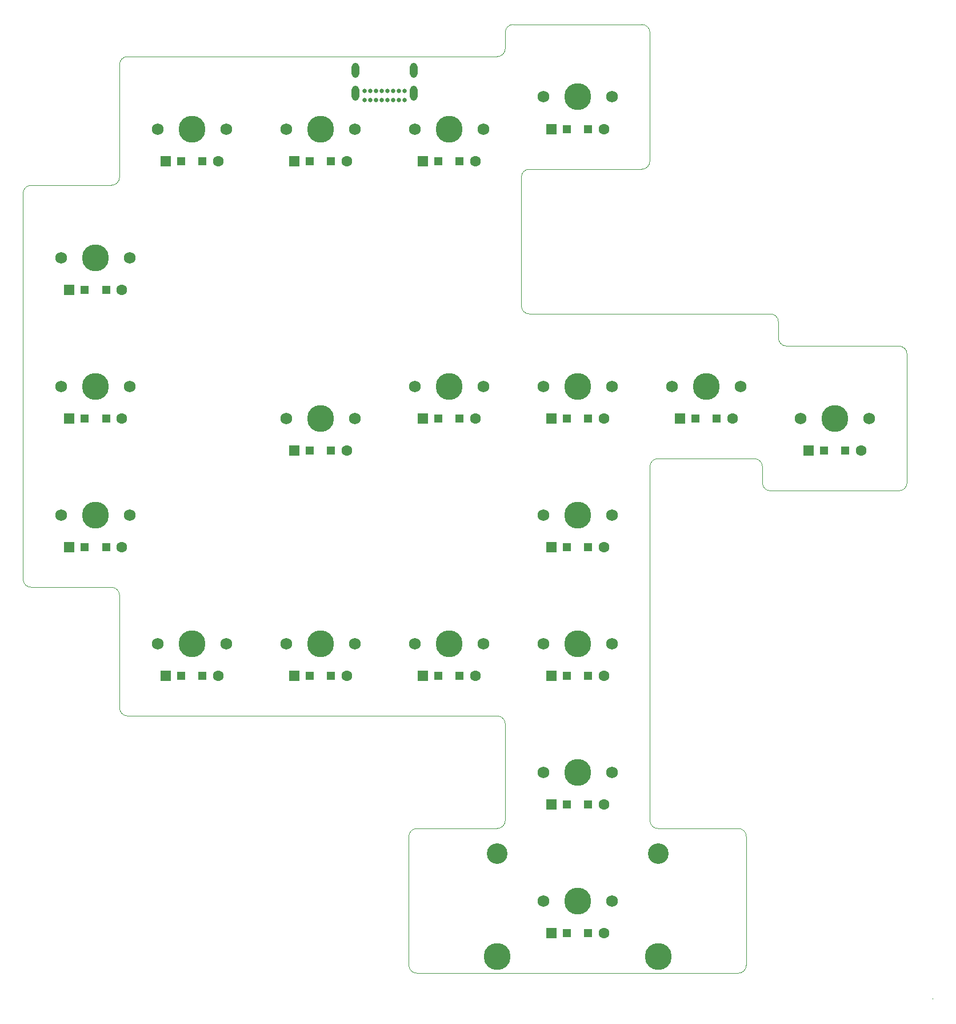
<source format=gbr>
G04 #@! TF.GenerationSoftware,KiCad,Pcbnew,(6.0.1)*
G04 #@! TF.CreationDate,2022-02-27T23:30:46-05:00*
G04 #@! TF.ProjectId,keyboard,6b657962-6f61-4726-942e-6b696361645f,rev?*
G04 #@! TF.SameCoordinates,Original*
G04 #@! TF.FileFunction,Soldermask,Top*
G04 #@! TF.FilePolarity,Negative*
%FSLAX46Y46*%
G04 Gerber Fmt 4.6, Leading zero omitted, Abs format (unit mm)*
G04 Created by KiCad (PCBNEW (6.0.1)) date 2022-02-27 23:30:46*
%MOMM*%
%LPD*%
G01*
G04 APERTURE LIST*
G04 #@! TA.AperFunction,Profile*
%ADD10C,0.100000*%
G04 #@! TD*
G04 #@! TA.AperFunction,Profile*
%ADD11C,0.200000*%
G04 #@! TD*
%ADD12R,1.200000X1.200000*%
%ADD13R,1.600000X1.600000*%
%ADD14C,1.600000*%
%ADD15C,1.750000*%
%ADD16C,3.987800*%
%ADD17C,3.048000*%
%ADD18C,0.650000*%
%ADD19O,1.108000X2.216000*%
G04 APERTURE END LIST*
D10*
X303609375Y-130968750D02*
X303609375Y-116681250D01*
X316706250Y-234553125D02*
X304800000Y-234553125D01*
X316706250Y-255984375D02*
G75*
G03*
X317896875Y-254793750I0J1190625D01*
G01*
X320278125Y-180975000D02*
X320278125Y-183356250D01*
X322659375Y-161925000D02*
G75*
G03*
X323850000Y-163115625I1190625J0D01*
G01*
X211931250Y-139303125D02*
G75*
G03*
X210740625Y-140493750I0J-1190625D01*
G01*
X284559375Y-157162500D02*
G75*
G03*
X285750000Y-158353125I1190625J0D01*
G01*
X303609375Y-233362500D02*
X303609375Y-180975000D01*
X242887500Y-120253125D02*
X280987500Y-120253125D01*
X280987500Y-120253125D02*
G75*
G03*
X282178125Y-119062500I0J1190625D01*
G01*
X304800000Y-179784375D02*
X319087500Y-179784375D01*
X282178125Y-219075000D02*
X282178125Y-233362500D01*
X317896875Y-254793750D02*
X317896875Y-235743750D01*
X226218750Y-217884375D02*
X280987500Y-217884375D01*
X341709375Y-183356250D02*
X341709375Y-178593750D01*
X303609375Y-233362500D02*
G75*
G03*
X304800000Y-234553125I1190625J0D01*
G01*
X284559375Y-141684375D02*
X284559375Y-138112500D01*
X225028125Y-200025000D02*
G75*
G03*
X223837500Y-198834375I-1190625J0D01*
G01*
X226218750Y-120253125D02*
X242887500Y-120253125D01*
X211931250Y-198834375D02*
X223837500Y-198834375D01*
X317896875Y-235743750D02*
G75*
G03*
X316706250Y-234553125I-1190625J0D01*
G01*
X210740625Y-197643750D02*
G75*
G03*
X211931250Y-198834375I1190625J0D01*
G01*
X225028125Y-216693750D02*
G75*
G03*
X226218750Y-217884375I1190625J0D01*
G01*
X302418750Y-136921875D02*
G75*
G03*
X303609375Y-135731250I0J1190625D01*
G01*
X304800000Y-179784375D02*
G75*
G03*
X303609375Y-180975000I0J-1190625D01*
G01*
X282178125Y-219075000D02*
G75*
G03*
X280987500Y-217884375I-1190625J0D01*
G01*
X280987500Y-234553125D02*
X269081250Y-234553125D01*
X225028125Y-121443750D02*
X225028125Y-138112500D01*
X285750000Y-136921875D02*
X302418750Y-136921875D01*
X341709375Y-164306250D02*
G75*
G03*
X340518750Y-163115625I-1190625J0D01*
G01*
X223837500Y-139303125D02*
G75*
G03*
X225028125Y-138112500I0J1190625D01*
G01*
X320278125Y-183356250D02*
G75*
G03*
X321468750Y-184546875I1190625J0D01*
G01*
X280987500Y-234553125D02*
G75*
G03*
X282178125Y-233362500I0J1190625D01*
G01*
X282178125Y-119062500D02*
X282178125Y-116681250D01*
X321468750Y-184546875D02*
X340518750Y-184546875D01*
X341709375Y-178593750D02*
X341709375Y-164306250D01*
X284559375Y-141684375D02*
X284559375Y-157162500D01*
D11*
X345518751Y-259793750D02*
G75*
G03*
X345518751Y-259793750I-1J0D01*
G01*
D10*
X269081250Y-255984375D02*
X316706250Y-255984375D01*
X322659375Y-161925000D02*
X322659375Y-159543750D01*
X267890625Y-254793750D02*
G75*
G03*
X269081250Y-255984375I1190625J0D01*
G01*
X226218750Y-120253125D02*
G75*
G03*
X225028125Y-121443750I0J-1190625D01*
G01*
X223837500Y-139303125D02*
X211931250Y-139303125D01*
X340518750Y-163115625D02*
X323850000Y-163115625D01*
X267890625Y-235743750D02*
X267890625Y-254793750D01*
X285750000Y-136921875D02*
G75*
G03*
X284559375Y-138112500I0J-1190625D01*
G01*
X303609375Y-135731250D02*
X303609375Y-130968750D01*
X225028125Y-200025000D02*
X225028125Y-216693750D01*
X303609375Y-116681250D02*
G75*
G03*
X302418750Y-115490625I-1190625J0D01*
G01*
X269081250Y-234553125D02*
G75*
G03*
X267890625Y-235743750I0J-1190625D01*
G01*
X340518750Y-184546875D02*
G75*
G03*
X341709375Y-183356250I0J1190625D01*
G01*
X283368750Y-115490625D02*
G75*
G03*
X282178125Y-116681250I0J-1190625D01*
G01*
X322659375Y-159543750D02*
G75*
G03*
X321468750Y-158353125I-1190625J0D01*
G01*
X320278125Y-180975000D02*
G75*
G03*
X319087500Y-179784375I-1190625J0D01*
G01*
X285750000Y-158353125D02*
X321468750Y-158353125D01*
X210740625Y-140493750D02*
X210740625Y-197643750D01*
X283368750Y-115490625D02*
X302418750Y-115490625D01*
D12*
X234168750Y-135731250D03*
D13*
X231843750Y-135731250D03*
D12*
X237318750Y-135731250D03*
D14*
X239643750Y-135731250D03*
D12*
X219881250Y-192881250D03*
D13*
X217556250Y-192881250D03*
D12*
X223031250Y-192881250D03*
D14*
X225356250Y-192881250D03*
D12*
X291318750Y-173831250D03*
D13*
X288993750Y-173831250D03*
D12*
X294468750Y-173831250D03*
D14*
X296793750Y-173831250D03*
D15*
X226536250Y-169068750D03*
X216376250Y-169068750D03*
D16*
X221456250Y-169068750D03*
D13*
X269943750Y-135731250D03*
D12*
X272268750Y-135731250D03*
D14*
X277743750Y-135731250D03*
D12*
X275418750Y-135731250D03*
D13*
X250893750Y-211931250D03*
D12*
X253218750Y-211931250D03*
D14*
X258693750Y-211931250D03*
D12*
X256368750Y-211931250D03*
D15*
X297973750Y-207168750D03*
X287813750Y-207168750D03*
D16*
X292893750Y-207168750D03*
X221456250Y-188118750D03*
D15*
X216376250Y-188118750D03*
X226536250Y-188118750D03*
D13*
X288993750Y-130968750D03*
D12*
X291318750Y-130968750D03*
X294468750Y-130968750D03*
D14*
X296793750Y-130968750D03*
D15*
X230663750Y-207168750D03*
D16*
X235743750Y-207168750D03*
D15*
X240823750Y-207168750D03*
D12*
X272268750Y-211931250D03*
D13*
X269943750Y-211931250D03*
D12*
X275418750Y-211931250D03*
D14*
X277743750Y-211931250D03*
D15*
X259873750Y-130968750D03*
D16*
X254793750Y-130968750D03*
D15*
X249713750Y-130968750D03*
D12*
X219881250Y-154781250D03*
D13*
X217556250Y-154781250D03*
D12*
X223031250Y-154781250D03*
D14*
X225356250Y-154781250D03*
D12*
X291318750Y-250031250D03*
D13*
X288993750Y-250031250D03*
D14*
X296793750Y-250031250D03*
D12*
X294468750Y-250031250D03*
D15*
X297973750Y-126206250D03*
X287813750Y-126206250D03*
D16*
X292893750Y-126206250D03*
D13*
X288993750Y-211931250D03*
D12*
X291318750Y-211931250D03*
X294468750Y-211931250D03*
D14*
X296793750Y-211931250D03*
D15*
X287813750Y-245268750D03*
D17*
X280955750Y-238283750D03*
D16*
X292893750Y-245268750D03*
D15*
X297973750Y-245268750D03*
D17*
X304831750Y-238283750D03*
D16*
X280955750Y-253523750D03*
X304831750Y-253523750D03*
D12*
X253218750Y-135731250D03*
D13*
X250893750Y-135731250D03*
D14*
X258693750Y-135731250D03*
D12*
X256368750Y-135731250D03*
D16*
X292893750Y-188118750D03*
D15*
X297973750Y-188118750D03*
X287813750Y-188118750D03*
D12*
X329418750Y-178593750D03*
D13*
X327093750Y-178593750D03*
D14*
X334893750Y-178593750D03*
D12*
X332568750Y-178593750D03*
D15*
X306863750Y-169068750D03*
X317023750Y-169068750D03*
D16*
X311943750Y-169068750D03*
X273843750Y-207168750D03*
D15*
X278923750Y-207168750D03*
X268763750Y-207168750D03*
D18*
X267293750Y-126659375D03*
X266443750Y-126659375D03*
X265593750Y-126659375D03*
X264743750Y-126659375D03*
X263893750Y-126659375D03*
X263043750Y-126659375D03*
X262193750Y-126659375D03*
X261343750Y-126659375D03*
X261343750Y-125309375D03*
X262193750Y-125309375D03*
X263043750Y-125309375D03*
X263893750Y-125309375D03*
X264743750Y-125309375D03*
X265593750Y-125309375D03*
X266443750Y-125309375D03*
X267293750Y-125309375D03*
D19*
X268643750Y-125679375D03*
X259993750Y-125679375D03*
X259993750Y-122299375D03*
X268643750Y-122299375D03*
D13*
X269943750Y-173831250D03*
D12*
X272268750Y-173831250D03*
X275418750Y-173831250D03*
D14*
X277743750Y-173831250D03*
D13*
X308043750Y-173831250D03*
D12*
X310368750Y-173831250D03*
X313518750Y-173831250D03*
D14*
X315843750Y-173831250D03*
D15*
X259873750Y-173831250D03*
D16*
X254793750Y-173831250D03*
D15*
X249713750Y-173831250D03*
D12*
X234168750Y-211931250D03*
D13*
X231843750Y-211931250D03*
D14*
X239643750Y-211931250D03*
D12*
X237318750Y-211931250D03*
D15*
X259873750Y-207168750D03*
D16*
X254793750Y-207168750D03*
D15*
X249713750Y-207168750D03*
D16*
X273843750Y-169068750D03*
D15*
X278923750Y-169068750D03*
X268763750Y-169068750D03*
D16*
X292893750Y-226218750D03*
D15*
X287813750Y-226218750D03*
X297973750Y-226218750D03*
D12*
X291318750Y-192881250D03*
D13*
X288993750Y-192881250D03*
D12*
X294468750Y-192881250D03*
D14*
X296793750Y-192881250D03*
D13*
X250893750Y-178593750D03*
D12*
X253218750Y-178593750D03*
D14*
X258693750Y-178593750D03*
D12*
X256368750Y-178593750D03*
D15*
X278923750Y-130968750D03*
X268763750Y-130968750D03*
D16*
X273843750Y-130968750D03*
D12*
X219881250Y-173831250D03*
D13*
X217556250Y-173831250D03*
D12*
X223031250Y-173831250D03*
D14*
X225356250Y-173831250D03*
D15*
X240823750Y-130968750D03*
X230663750Y-130968750D03*
D16*
X235743750Y-130968750D03*
X330993750Y-173831250D03*
D15*
X336073750Y-173831250D03*
X325913750Y-173831250D03*
D16*
X292893750Y-169068750D03*
D15*
X297973750Y-169068750D03*
X287813750Y-169068750D03*
D16*
X221456250Y-150018750D03*
D15*
X226536250Y-150018750D03*
X216376250Y-150018750D03*
D13*
X288993750Y-230981250D03*
D12*
X291318750Y-230981250D03*
D14*
X296793750Y-230981250D03*
D12*
X294468750Y-230981250D03*
M02*

</source>
